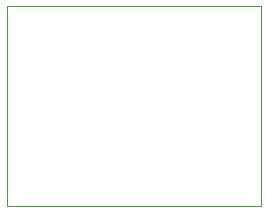
<source format=gbr>
%TF.GenerationSoftware,KiCad,Pcbnew,(6.0.1)*%
%TF.CreationDate,2022-03-23T16:26:21+01:00*%
%TF.ProjectId,tussenstukpw22,74757373-656e-4737-9475-6b707732322e,rev?*%
%TF.SameCoordinates,Original*%
%TF.FileFunction,Profile,NP*%
%FSLAX46Y46*%
G04 Gerber Fmt 4.6, Leading zero omitted, Abs format (unit mm)*
G04 Created by KiCad (PCBNEW (6.0.1)) date 2022-03-23 16:26:21*
%MOMM*%
%LPD*%
G01*
G04 APERTURE LIST*
%TA.AperFunction,Profile*%
%ADD10C,0.100000*%
%TD*%
G04 APERTURE END LIST*
D10*
X163000000Y-90000000D02*
X184500000Y-90000000D01*
X184500000Y-90000000D02*
X184500000Y-107000000D01*
X184500000Y-107000000D02*
X163000000Y-107000000D01*
X163000000Y-107000000D02*
X163000000Y-90000000D01*
M02*

</source>
